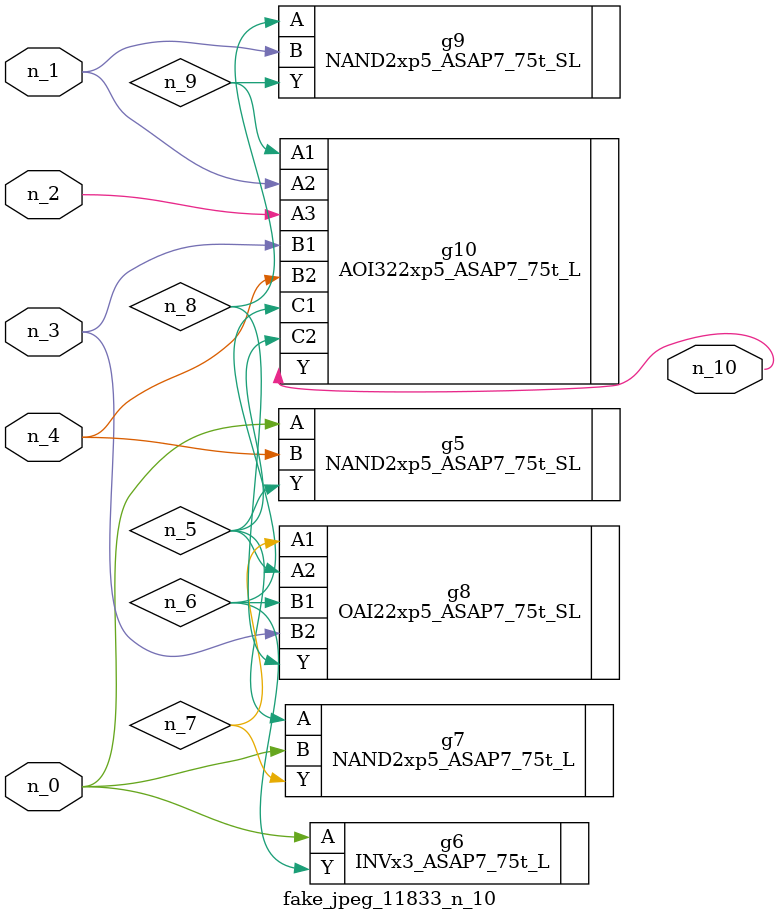
<source format=v>
module fake_jpeg_11833_n_10 (n_3, n_2, n_1, n_0, n_4, n_10);

input n_3;
input n_2;
input n_1;
input n_0;
input n_4;

output n_10;

wire n_8;
wire n_9;
wire n_6;
wire n_5;
wire n_7;

NAND2xp5_ASAP7_75t_SL g5 ( 
.A(n_0),
.B(n_4),
.Y(n_5)
);

INVx3_ASAP7_75t_L g6 ( 
.A(n_0),
.Y(n_6)
);

NAND2xp5_ASAP7_75t_L g7 ( 
.A(n_5),
.B(n_0),
.Y(n_7)
);

OAI22xp5_ASAP7_75t_SL g8 ( 
.A1(n_7),
.A2(n_5),
.B1(n_6),
.B2(n_3),
.Y(n_8)
);

NAND2xp5_ASAP7_75t_SL g9 ( 
.A(n_8),
.B(n_1),
.Y(n_9)
);

AOI322xp5_ASAP7_75t_L g10 ( 
.A1(n_9),
.A2(n_1),
.A3(n_2),
.B1(n_3),
.B2(n_4),
.C1(n_6),
.C2(n_5),
.Y(n_10)
);


endmodule
</source>
